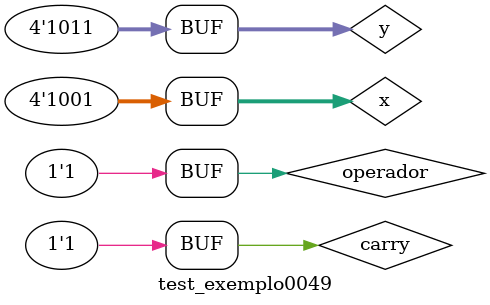
<source format=v>



module FullAdder(s, carryOut, x, y, carryIn);
  output s, carryOut;
  input x, y, carryIn;
  wire a, b, c;

//-- portas 
  xor (a, x, y);
  xor (s, a, carryIn);   
  and (b, x, y);
  and (c, a, carryIn);
  or (carryOut, c, b);
  
endmodule //--FullAdder

// ------------------------- 
// somador
// ------------------------- 

module somador(s, carryOut, x, y, carryIn);
  output [3:0] s;
  output carryOut;
  input  [3:0] x, y;
  input carryIn;
  
  wire c1, c2, c3, z1, z2, z3, z4, z5;
  
  //--portas 
  xor (z1, y[0] , carryIn);
  xor (z2, y[1] , carryIn);
  xor (z3, y[2] , carryIn);
  xor (z4, y[3] , carryIn);
  FullAdder FULLADDER0(s[0], c1, x[0], z1, carryIn);
  FullAdder FULLADDER1(s[1], c2, x[1], z2, c1);
  FullAdder FULLADDER2(s[2], c3, x[2], z3, c2);
  FullAdder FULLADDER3(s[3], z5, x[3], z4, c3);
  xor (carryOut, z5 , carryIn);
  
endmodule //--somador

 module verificarSeE0(output s , input [3:0] a);
 
 wire tmp0,tmp1,tmp2,tmp3;
 
 nor NOR0( tmp0 , 0 , a[0]);
 nor NOR1( tmp1 , 0 , a[1]);
 nor NOR2( tmp2 , 0 , a[2]);
 nor NOR3( tmp3 , 0 , a[3]);
 
 assign s = tmp0 & tmp1 & tmp2 & tmp3;
 
endmodule //-- FIm testa se e 0

// ------------------------- 
//  Soma e Subs
// -------------------------

module somaSubs( output [3:0] s , input [3:0] a , input operador );

wire carryOut;

somador SOMADOR0( s , carryOut , a , 0001 , operador );


endmodule //-- Fim SomaSub



module test_exemplo0049; 
// ------------------------- definir dados 
reg [3:0] x;
 
reg [3:0] y; 
reg operador;
reg carry; 
wire [3:0] soma , xPlus1;
wire carryOut , resp; 

//-- operador 1 pois e uma subtracao

somaSubs SOMASUBS1(xPlus1 , x ,  operador );
somador SOMADOR0(soma, carryOut, x, y, carry);

//-- VErificar se o resultado e 0
verificarSeE0 VERIFICAR0(resp, soma);

// ------------------------- parte principal 
  initial
  begin
  $display("Exemplo0049 - Samuel Eusébio da Silva - 435055"); 
  
  //--Testes
  $monitor($time," x = %b , x +/- 1 = %b , Operador = %b , y = %b carryIn = %b * carry out = %b soma = %b Verificacao se e 0 : %b\n",x , xPlus1 , operador , y, carry,carryOut,soma,resp );
  end
  
  // Entradas
  initial
  begin
  x = 4'b0010;y = 4'b0100; carry = 1'b0; operador = 1'b0;


  #5 x = 4'b0001;y = 4'b1111;
  #5 x = 4'b0011;y = 4'b1011;
  #5 x = 4'b0001;y = 4'b1011;
  #5 x = 4'b0001;y = 4'b1011;
  
  $display("\n"); 
   #5 x = 4'b0010;y = 4'b0100;carry = 1'b1; operador = 1'b1;
   #5 x = 4'b1001;y = 4'b1111;
   #5 x = 4'b0011;y = 4'b1011;
   #5 x = 4'b0101;y = 4'b1011;
   #5 x = 4'b1001;y = 4'b1011;

  end
endmodule // --test
</source>
